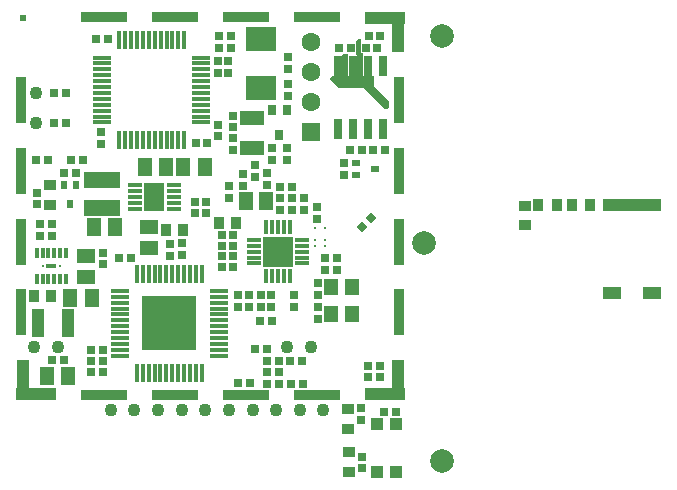
<source format=gts>
%FSLAX25Y25*%
%MOIN*%
G70*
G01*
G75*
G04 Layer_Color=8388736*
%ADD10C,0.00787*%
%ADD11C,0.00591*%
%ADD12C,0.02362*%
%ADD13C,0.01575*%
%ADD14C,0.01181*%
%ADD15C,0.01000*%
%ADD16C,0.00984*%
%ADD17C,0.01969*%
%ADD18C,0.02756*%
%ADD19R,0.02165X0.03347*%
%ADD20R,0.01969X0.01969*%
%ADD21R,0.14961X0.03150*%
%ADD22R,0.03150X0.14961*%
%ADD23R,0.02362X0.02362*%
%ADD24C,0.03937*%
%ADD25R,0.02559X0.02362*%
%ADD26R,0.02362X0.02559*%
%ADD27R,0.03937X0.03150*%
%ADD28R,0.01969X0.02598*%
%ADD29R,0.02598X0.01969*%
%ADD30R,0.01181X0.05709*%
%ADD31R,0.05709X0.01181*%
%ADD32R,0.17520X0.17520*%
%ADD33R,0.03150X0.03543*%
%ADD34R,0.02362X0.02362*%
%ADD35R,0.02756X0.02362*%
%ADD36R,0.04331X0.01142*%
%ADD37R,0.06221X0.09252*%
%ADD38R,0.09449X0.07480*%
%ADD39R,0.07480X0.04331*%
%ADD40R,0.03937X0.03543*%
%ADD41R,0.04528X0.05709*%
%ADD42R,0.05709X0.04528*%
%ADD43R,0.03740X0.09055*%
%ADD44R,0.11811X0.05118*%
%ADD45R,0.02362X0.06102*%
%ADD46R,0.01142X0.05906*%
%ADD47R,0.05906X0.01142*%
%ADD48R,0.04724X0.05709*%
%ADD49R,0.02362X0.02756*%
%ADD50R,0.01142X0.04528*%
%ADD51R,0.04528X0.01142*%
%ADD52R,0.09843X0.09843*%
%ADD53C,0.01260*%
%ADD54R,0.04134X0.05118*%
%ADD55P,0.03341X4X180.0*%
%ADD56R,0.03150X0.03937*%
%ADD57R,0.05512X0.03937*%
%ADD58R,0.18898X0.03937*%
%ADD59R,0.01102X0.03150*%
%ADD60R,0.03150X0.01102*%
%ADD61C,0.00500*%
%ADD62C,0.01142*%
%ADD63C,0.03937*%
%ADD64R,0.12992X0.03937*%
%ADD65R,0.03937X0.12992*%
%ADD66R,0.08000X0.06900*%
%ADD67R,0.05100X0.04800*%
%ADD68R,0.05300X0.03600*%
%ADD69R,0.01800X0.02100*%
%ADD70R,0.11800X0.04200*%
%ADD71R,0.02200X0.11317*%
%ADD72R,0.06600X0.08100*%
%ADD73R,0.01900X0.04300*%
%ADD74R,0.04600X0.05600*%
%ADD75R,0.08200X0.06284*%
%ADD76R,0.05900X0.05500*%
%ADD77R,0.04961X0.03937*%
%ADD78R,0.15272X0.03937*%
%ADD79R,0.03937X0.07874*%
%ADD80R,0.09803X0.03937*%
%ADD81C,0.05906*%
%ADD82R,0.05906X0.05906*%
%ADD83C,0.01575*%
%ADD84C,0.03150*%
%ADD85R,0.55906X1.57480*%
%ADD86C,0.03150*%
%ADD87C,0.15748*%
G04:AMPARAMS|DCode=88|XSize=55.433mil|YSize=55.433mil|CornerRadius=0mil|HoleSize=0mil|Usage=FLASHONLY|Rotation=0.000|XOffset=0mil|YOffset=0mil|HoleType=Round|Shape=Relief|Width=5mil|Gap=5mil|Entries=4|*
%AMTHD88*
7,0,0,0.05543,0.04543,0.00500,45*
%
%ADD88THD88*%
%ADD89C,0.04724*%
G04:AMPARAMS|DCode=90|XSize=39.685mil|YSize=39.685mil|CornerRadius=0mil|HoleSize=0mil|Usage=FLASHONLY|Rotation=0.000|XOffset=0mil|YOffset=0mil|HoleType=Round|Shape=Relief|Width=5mil|Gap=5mil|Entries=4|*
%AMTHD90*
7,0,0,0.03969,0.02969,0.00500,45*
%
%ADD90THD90*%
G04:AMPARAMS|DCode=91|XSize=27.874mil|YSize=27.874mil|CornerRadius=0mil|HoleSize=0mil|Usage=FLASHONLY|Rotation=0.000|XOffset=0mil|YOffset=0mil|HoleType=Round|Shape=Relief|Width=5mil|Gap=5mil|Entries=4|*
%AMTHD91*
7,0,0,0.02787,0.01787,0.00500,45*
%
%ADD91THD91*%
%ADD92C,0.01969*%
%ADD93C,0.03937*%
%ADD94C,0.00800*%
%ADD95R,0.02362X0.00787*%
%ADD96R,0.00787X0.02362*%
%ADD97R,0.03347X0.02165*%
%ADD98R,0.02362X0.03937*%
%ADD99R,0.03740X0.03937*%
%ADD100R,0.02500X0.08400*%
%ADD101R,0.03000X0.02500*%
%ADD102R,0.01800X0.07300*%
%ADD103R,0.02300X0.10700*%
%ADD104R,0.02400X0.01800*%
%ADD105C,0.02000*%
%ADD106C,0.02500*%
%ADD107C,0.00600*%
%ADD108R,0.02600X0.02500*%
%ADD109R,0.00866X0.00866*%
%ADD110R,0.06299X0.02756*%
%ADD111R,0.02362X0.00984*%
%ADD112C,0.00000*%
%ADD113R,0.02565X0.03747*%
%ADD114R,0.02369X0.02369*%
%ADD115R,0.15361X0.03550*%
%ADD116R,0.03550X0.15361*%
%ADD117R,0.02762X0.02762*%
%ADD118C,0.07874*%
%ADD119R,0.02959X0.02762*%
%ADD120R,0.02762X0.02959*%
%ADD121R,0.04337X0.03550*%
%ADD122R,0.02369X0.02998*%
%ADD123R,0.02998X0.02369*%
%ADD124R,0.01581X0.06109*%
%ADD125R,0.06109X0.01581*%
%ADD126R,0.17920X0.17920*%
%ADD127R,0.03550X0.03943*%
%ADD128R,0.02762X0.02762*%
%ADD129R,0.03156X0.02762*%
%ADD130R,0.04731X0.01542*%
%ADD131R,0.06621X0.09652*%
%ADD132R,0.09849X0.07880*%
%ADD133R,0.07880X0.04731*%
%ADD134R,0.04337X0.03943*%
%ADD135R,0.04928X0.06109*%
%ADD136R,0.06109X0.04928*%
%ADD137R,0.04140X0.09455*%
%ADD138R,0.12211X0.05518*%
%ADD139R,0.02762X0.06502*%
%ADD140R,0.01542X0.06306*%
%ADD141R,0.06306X0.01542*%
%ADD142R,0.05124X0.06109*%
%ADD143R,0.02762X0.03156*%
%ADD144R,0.01542X0.04928*%
%ADD145R,0.04928X0.01542*%
%ADD146R,0.10243X0.10243*%
%ADD147C,0.00866*%
%ADD148R,0.04534X0.05518*%
%ADD149P,0.03906X4X180.0*%
%ADD150R,0.03550X0.04337*%
%ADD151R,0.05912X0.04337*%
%ADD152R,0.19298X0.04337*%
%ADD153R,0.01502X0.03550*%
%ADD154R,0.03550X0.01502*%
%ADD155R,0.13392X0.04337*%
%ADD156R,0.04337X0.13392*%
%ADD157C,0.04337*%
%ADD158C,0.00400*%
%ADD159C,0.06306*%
%ADD160R,0.06306X0.06306*%
%ADD161C,0.01024*%
G36*
X7126Y69020D02*
X7164Y69008D01*
X7198Y68990D01*
X7229Y68965D01*
X7254Y68934D01*
X7272Y68900D01*
X7284Y68862D01*
X7288Y68823D01*
Y67911D01*
X7288Y67911D01*
Y64451D01*
X7815D01*
X7854Y64447D01*
X7892Y64435D01*
X7927Y64417D01*
X7957Y64392D01*
X7982Y64361D01*
X8001Y64327D01*
X8012Y64289D01*
X8016Y64250D01*
Y63813D01*
X8016Y63813D01*
Y56809D01*
X10589D01*
D01*
X10589D01*
X11280Y56809D01*
X11319Y56805D01*
X11356Y56793D01*
X11368Y56787D01*
X11391Y56775D01*
X11408Y56761D01*
X11422Y56750D01*
X11422Y56750D01*
X11567Y56605D01*
X11592Y56575D01*
X11610Y56540D01*
X11621Y56502D01*
X11625Y56463D01*
X11625Y56463D01*
Y53732D01*
X11679Y53461D01*
X11833Y53231D01*
X16666Y48397D01*
X16667Y48397D01*
X16680Y48381D01*
X16691Y48367D01*
X16710Y48332D01*
X16722Y48294D01*
X16725Y48255D01*
Y46394D01*
X16722Y46355D01*
X16710Y46317D01*
X16691Y46282D01*
X16667Y46252D01*
X16636Y46227D01*
X16065Y45845D01*
X16065Y45845D01*
X16046Y45835D01*
X16030Y45827D01*
X16030Y45827D01*
X15510Y45611D01*
X15472Y45600D01*
X15433Y45596D01*
X15394Y45600D01*
X15375Y45606D01*
X15356Y45611D01*
X15322Y45630D01*
X15291Y45655D01*
X8524Y52422D01*
X8131Y52684D01*
X7668Y52776D01*
X-147D01*
X-186Y52780D01*
X-224Y52792D01*
X-259Y52810D01*
X-289Y52835D01*
X-2880Y55426D01*
X-2905Y55456D01*
X-2923Y55491D01*
X-2933Y55522D01*
X-2935Y55529D01*
X-2939Y55568D01*
X-2935Y55607D01*
X-2923Y55645D01*
X-2471Y56736D01*
X-2453Y56771D01*
X-2442Y56784D01*
X-2428Y56801D01*
X-2397Y56826D01*
X-2363Y56845D01*
X-2334Y56853D01*
X-2325Y56856D01*
X-2286Y56860D01*
X-2134D01*
X-2134Y56860D01*
X-904D01*
Y60210D01*
X-900Y60250D01*
X-888Y60287D01*
X-870Y60322D01*
X-845Y60352D01*
X-814Y60377D01*
X-780Y60396D01*
X-742Y60407D01*
X-703Y60411D01*
X-654D01*
Y60460D01*
X-650Y60500D01*
X-638Y60537D01*
X-620Y60572D01*
X-595Y60602D01*
X-564Y60627D01*
X-530Y60646D01*
X-492Y60657D01*
X-453Y60661D01*
X1027D01*
Y63479D01*
X1027Y63479D01*
X1027Y63480D01*
X1029Y63497D01*
X1031Y63518D01*
X1031Y63519D01*
X1031Y63519D01*
X1037Y63537D01*
X1043Y63556D01*
X1043Y63556D01*
X1043Y63557D01*
X1052Y63574D01*
X1061Y63591D01*
X1061Y63591D01*
X1062Y63591D01*
X1287Y63925D01*
X1299Y63939D01*
X1311Y63955D01*
X1311Y63955D01*
X1312Y63955D01*
X1326Y63967D01*
X1342Y63980D01*
X1342Y63980D01*
X1342Y63980D01*
X1359Y63989D01*
X1376Y63998D01*
X1377Y63998D01*
X1377Y63999D01*
X1395Y64004D01*
X1414Y64010D01*
X1414Y64010D01*
X1415Y64010D01*
X1434Y64012D01*
X1453Y64014D01*
X1454D01*
D01*
D01*
X2768Y64013D01*
X2768Y64013D01*
X2769Y64013D01*
X2788Y64012D01*
X2807Y64010D01*
X2808Y64010D01*
X2808Y64009D01*
X2827Y64004D01*
X2845Y63998D01*
X2845Y63998D01*
X2846Y63998D01*
X2893Y63978D01*
X2911Y63968D01*
X2927Y63960D01*
X2927Y63960D01*
X2927Y63959D01*
X2942Y63947D01*
X2957Y63935D01*
X2957Y63935D01*
X2958Y63934D01*
X2970Y63919D01*
X2982Y63905D01*
X2982Y63904D01*
X2983Y63904D01*
X2992Y63885D01*
X3001Y63870D01*
X3001Y63869D01*
X3001Y63869D01*
X3007Y63850D01*
X3012Y63832D01*
X3012Y63832D01*
X3012Y63831D01*
X3014Y63813D01*
X3016Y63793D01*
Y56809D01*
X6079D01*
Y63612D01*
X5728D01*
X5689Y63616D01*
X5651Y63627D01*
X5617Y63645D01*
X5586Y63670D01*
X5561Y63701D01*
X5543Y63736D01*
X5531Y63773D01*
X5527Y63813D01*
Y64314D01*
X5527Y64314D01*
Y67976D01*
X5527Y67976D01*
Y67987D01*
X5531Y68027D01*
X5543Y68064D01*
X5561Y68099D01*
X5586Y68129D01*
X6421Y68965D01*
X6452Y68990D01*
X6487Y69008D01*
X6524Y69020D01*
X6564Y69024D01*
X7087D01*
X7126Y69020D01*
D02*
G37*
%LPC*%
G36*
X1027Y59759D02*
X-2D01*
Y56860D01*
X1027D01*
Y59759D01*
D02*
G37*
%LPD*%
D113*
X-17354Y45246D02*
D03*
X-22472D02*
D03*
X-19913Y36979D02*
D03*
D114*
X-105468Y-49169D02*
D03*
X19685Y-49213D02*
D03*
X19642Y75941D02*
D03*
X-105512Y75984D02*
D03*
D115*
X-78347Y-49606D02*
D03*
X-54724D02*
D03*
X-7480D02*
D03*
X-31102D02*
D03*
X-54724Y76378D02*
D03*
X-78347D02*
D03*
X-31102D02*
D03*
X-7480D02*
D03*
D116*
X-105905Y25197D02*
D03*
Y48819D02*
D03*
Y1575D02*
D03*
Y-22047D02*
D03*
X20079Y48819D02*
D03*
Y25197D02*
D03*
Y-22047D02*
D03*
Y1575D02*
D03*
D117*
X-77144Y69013D02*
D03*
X-81081D02*
D03*
X-69544Y-3787D02*
D03*
X-73481D02*
D03*
X-95781Y-37887D02*
D03*
X-91844D02*
D03*
X-47881Y34413D02*
D03*
X-43944D02*
D03*
X11319Y32013D02*
D03*
X15256D02*
D03*
X18898Y-55118D02*
D03*
X14961D02*
D03*
X-35244Y-6787D02*
D03*
X-39181D02*
D03*
X-35244Y213D02*
D03*
X-39181D02*
D03*
X-35244Y3628D02*
D03*
X-39181D02*
D03*
X-35230Y-3387D02*
D03*
X-39167D02*
D03*
X-19567Y19813D02*
D03*
X-15630D02*
D03*
X-19681Y16113D02*
D03*
X-15744D02*
D03*
D118*
X34252Y-71653D02*
D03*
Y70079D02*
D03*
X28346Y1181D02*
D03*
D119*
X-100813Y13944D02*
D03*
Y17881D02*
D03*
X1687Y23744D02*
D03*
Y27681D02*
D03*
X-33713Y-16319D02*
D03*
Y-20256D02*
D03*
X-29929Y-16319D02*
D03*
Y-20256D02*
D03*
X-22413Y32681D02*
D03*
Y28744D02*
D03*
X-17313Y32681D02*
D03*
Y28744D02*
D03*
X7687Y-70119D02*
D03*
Y-74056D02*
D03*
X-47928Y10944D02*
D03*
Y14881D02*
D03*
X-44315Y14898D02*
D03*
Y10961D02*
D03*
X-56313Y-3156D02*
D03*
Y781D02*
D03*
X-26213Y-16319D02*
D03*
Y-20256D02*
D03*
X-22613Y-16319D02*
D03*
Y-20256D02*
D03*
X-24213Y24481D02*
D03*
Y20544D02*
D03*
X-99613Y7381D02*
D03*
Y3444D02*
D03*
X-95813Y7381D02*
D03*
Y3444D02*
D03*
X-15013Y-16319D02*
D03*
Y-20256D02*
D03*
X-36813Y16144D02*
D03*
Y20081D02*
D03*
X-52472Y-2831D02*
D03*
Y1106D02*
D03*
X-78713Y-6056D02*
D03*
Y-2119D02*
D03*
D120*
X-85544Y28613D02*
D03*
X-89481D02*
D03*
X-101081D02*
D03*
X-97144D02*
D03*
X-91581Y24513D02*
D03*
X-87644D02*
D03*
X-78644Y-34687D02*
D03*
X-82581D02*
D03*
X-33618Y-45669D02*
D03*
X-29681D02*
D03*
X-20144Y-45887D02*
D03*
X-24081D02*
D03*
X-16081D02*
D03*
X-12144D02*
D03*
X9819Y70013D02*
D03*
X13756D02*
D03*
X9519Y-40087D02*
D03*
X13456D02*
D03*
X-94981Y41013D02*
D03*
X-91044D02*
D03*
X-94981Y51013D02*
D03*
X-91044D02*
D03*
X8819Y66080D02*
D03*
X12756D02*
D03*
X9519Y-43687D02*
D03*
X13456D02*
D03*
X59Y66145D02*
D03*
X3996D02*
D03*
X7556Y31913D02*
D03*
X3619D02*
D03*
X-22344Y-24787D02*
D03*
X-26281D02*
D03*
X-78644Y-41887D02*
D03*
X-82581D02*
D03*
Y-38287D02*
D03*
X-78644D02*
D03*
X-24081Y-41887D02*
D03*
X-20144D02*
D03*
X-24081Y-38287D02*
D03*
X-20144D02*
D03*
X-16281Y-38387D02*
D03*
X-12344D02*
D03*
X-24144Y-34287D02*
D03*
X-28081D02*
D03*
D121*
X-96413Y20459D02*
D03*
Y13766D02*
D03*
X2916Y-61074D02*
D03*
Y-54381D02*
D03*
X3150Y-75394D02*
D03*
Y-68701D02*
D03*
X61811Y7087D02*
D03*
Y13386D02*
D03*
D122*
X-89813Y13963D02*
D03*
X-91781Y20262D02*
D03*
X-87844D02*
D03*
D123*
X5638Y27681D02*
D03*
Y23744D02*
D03*
X11937Y25713D02*
D03*
D124*
X-67439Y-42223D02*
D03*
X-65471D02*
D03*
X-63502D02*
D03*
X-61534D02*
D03*
X-59565D02*
D03*
X-57597D02*
D03*
X-55628D02*
D03*
X-53660D02*
D03*
X-51691D02*
D03*
X-49723D02*
D03*
X-47754D02*
D03*
X-45786D02*
D03*
Y-9152D02*
D03*
X-47754D02*
D03*
X-49723D02*
D03*
X-51691D02*
D03*
X-53660D02*
D03*
X-55628D02*
D03*
X-57597D02*
D03*
X-59565D02*
D03*
X-61534D02*
D03*
X-63502D02*
D03*
X-65471D02*
D03*
X-67439D02*
D03*
D125*
X-40077Y-36514D02*
D03*
Y-34546D02*
D03*
Y-32577D02*
D03*
Y-30609D02*
D03*
Y-28640D02*
D03*
Y-26672D02*
D03*
Y-24703D02*
D03*
Y-22735D02*
D03*
Y-20766D02*
D03*
Y-18798D02*
D03*
Y-16829D02*
D03*
Y-14861D02*
D03*
X-73148D02*
D03*
Y-16829D02*
D03*
Y-18798D02*
D03*
Y-20766D02*
D03*
Y-22735D02*
D03*
Y-24703D02*
D03*
Y-26672D02*
D03*
Y-28640D02*
D03*
Y-30609D02*
D03*
Y-32577D02*
D03*
Y-34546D02*
D03*
Y-36514D02*
D03*
D126*
X-56613Y-25687D02*
D03*
D127*
X-34457Y7713D02*
D03*
X-39968D02*
D03*
X-96157Y-16487D02*
D03*
X-101669D02*
D03*
X-52122Y5476D02*
D03*
X-57634D02*
D03*
D128*
X-40013Y70181D02*
D03*
Y66244D02*
D03*
X-7213Y-12209D02*
D03*
Y-16146D02*
D03*
X-17213Y62971D02*
D03*
Y59034D02*
D03*
Y50244D02*
D03*
Y54181D02*
D03*
X-35513Y43550D02*
D03*
Y39613D02*
D03*
Y32044D02*
D03*
Y35981D02*
D03*
X-40490Y57722D02*
D03*
Y61659D02*
D03*
X-37090Y57722D02*
D03*
Y61659D02*
D03*
X-79354Y37918D02*
D03*
Y33981D02*
D03*
X-40465Y40543D02*
D03*
Y36606D02*
D03*
X7421Y-57898D02*
D03*
Y-53961D02*
D03*
X-586Y-4019D02*
D03*
Y-7956D02*
D03*
X-4686Y-4019D02*
D03*
Y-7956D02*
D03*
X-28220Y23144D02*
D03*
Y27081D02*
D03*
X-7313Y13081D02*
D03*
Y9144D02*
D03*
X-7213Y-24156D02*
D03*
Y-20219D02*
D03*
D129*
X-35913Y66244D02*
D03*
Y70181D02*
D03*
X-32113Y20244D02*
D03*
Y24181D02*
D03*
X-11627Y12168D02*
D03*
Y16105D02*
D03*
D130*
X-68207Y20450D02*
D03*
Y18481D02*
D03*
Y16513D02*
D03*
Y14544D02*
D03*
Y12576D02*
D03*
X-55018D02*
D03*
Y14544D02*
D03*
Y16513D02*
D03*
Y18481D02*
D03*
Y20450D02*
D03*
D131*
X-61613Y16513D02*
D03*
D132*
X-25913Y52831D02*
D03*
Y68973D02*
D03*
D133*
X-29213Y32760D02*
D03*
Y42602D02*
D03*
D134*
X12598Y-59252D02*
D03*
Y-75394D02*
D03*
X18898D02*
D03*
Y-59252D02*
D03*
D135*
X-57713Y26497D02*
D03*
X-64799D02*
D03*
X-51899Y26397D02*
D03*
X-44813D02*
D03*
X-74669Y6313D02*
D03*
X-81756D02*
D03*
X-82497Y-17216D02*
D03*
X-89583D02*
D03*
X-97356Y-43287D02*
D03*
X-90269D02*
D03*
D136*
X-84404Y-10179D02*
D03*
Y-3092D02*
D03*
X-63413Y-531D02*
D03*
Y6556D02*
D03*
D137*
X-90391Y-25687D02*
D03*
X-100234D02*
D03*
D138*
X-78913Y22237D02*
D03*
Y12788D02*
D03*
D139*
X14547Y60210D02*
D03*
X9547D02*
D03*
X4547D02*
D03*
X-453D02*
D03*
Y38950D02*
D03*
X4547D02*
D03*
X9547D02*
D03*
X14547D02*
D03*
D140*
X-51639Y35539D02*
D03*
X-53607D02*
D03*
X-55576D02*
D03*
X-57544D02*
D03*
X-59513D02*
D03*
X-61481D02*
D03*
X-63450D02*
D03*
X-65418D02*
D03*
X-67387D02*
D03*
X-69355D02*
D03*
X-71324D02*
D03*
X-73292D02*
D03*
Y68610D02*
D03*
X-71324D02*
D03*
X-69355D02*
D03*
X-67387D02*
D03*
X-65418D02*
D03*
X-63450D02*
D03*
X-61481D02*
D03*
X-59513D02*
D03*
X-57544D02*
D03*
X-55576D02*
D03*
X-53607D02*
D03*
X-51639D02*
D03*
D141*
X-79001Y41248D02*
D03*
Y43217D02*
D03*
Y45185D02*
D03*
Y47154D02*
D03*
Y49122D02*
D03*
Y51091D02*
D03*
Y53059D02*
D03*
Y55028D02*
D03*
Y56996D02*
D03*
Y58965D02*
D03*
Y60933D02*
D03*
Y62902D02*
D03*
X-45930D02*
D03*
Y60933D02*
D03*
Y58965D02*
D03*
Y56996D02*
D03*
Y55028D02*
D03*
Y53059D02*
D03*
Y51091D02*
D03*
Y49122D02*
D03*
Y47154D02*
D03*
Y45185D02*
D03*
Y43217D02*
D03*
Y41248D02*
D03*
D142*
X-24366Y14913D02*
D03*
X-31059D02*
D03*
D143*
X-15744Y12213D02*
D03*
X-19681D02*
D03*
D144*
X-24364Y-9874D02*
D03*
X-22395D02*
D03*
X-20427D02*
D03*
X-18458D02*
D03*
X-16490D02*
D03*
Y6268D02*
D03*
X-18458D02*
D03*
X-20427D02*
D03*
X-22395D02*
D03*
X-24364D02*
D03*
D145*
X-12356Y-5740D02*
D03*
Y-3772D02*
D03*
Y-1803D02*
D03*
Y165D02*
D03*
Y2134D02*
D03*
X-28498D02*
D03*
Y165D02*
D03*
Y-1803D02*
D03*
Y-3772D02*
D03*
Y-5740D02*
D03*
D146*
X-20427Y-1803D02*
D03*
D147*
X-7941Y6050D02*
D03*
X-4713D02*
D03*
X-7941Y2113D02*
D03*
X-4713D02*
D03*
X-7941Y144D02*
D03*
X-4713D02*
D03*
D148*
X4419Y-13560D02*
D03*
Y-22615D02*
D03*
X-2865Y-13560D02*
D03*
Y-22615D02*
D03*
D149*
X7750Y6550D02*
D03*
X10534Y9334D02*
D03*
D150*
X72736Y13780D02*
D03*
X66437D02*
D03*
X83760D02*
D03*
X77461D02*
D03*
D151*
X104331Y-15748D02*
D03*
X90945D02*
D03*
D152*
X97638Y13780D02*
D03*
D153*
X-100840Y-10877D02*
D03*
X-98872D02*
D03*
X-96903D02*
D03*
X-94935D02*
D03*
X-92966D02*
D03*
X-90998D02*
D03*
Y-2216D02*
D03*
X-92966D02*
D03*
X-94935D02*
D03*
X-96903D02*
D03*
X-98872D02*
D03*
X-100840D02*
D03*
D154*
X-95919Y-6547D02*
D03*
D155*
X-100984Y-49213D02*
D03*
X15157D02*
D03*
X15157Y75984D02*
D03*
D156*
X-105512Y-44685D02*
D03*
X19685Y71457D02*
D03*
Y-44685D02*
D03*
D157*
X-101113Y50913D02*
D03*
Y40913D02*
D03*
X-36743Y-54428D02*
D03*
X-44617D02*
D03*
X-52554Y-54491D02*
D03*
X-60365Y-54428D02*
D03*
X-76154Y-54469D02*
D03*
X-68280Y-54465D02*
D03*
X-5247Y-54428D02*
D03*
X-13121D02*
D03*
X-20995D02*
D03*
X-28869D02*
D03*
X-93701Y-33465D02*
D03*
X-101575D02*
D03*
X-17323D02*
D03*
X-9449D02*
D03*
D158*
X-96457Y66929D02*
D03*
Y-66929D02*
D03*
D159*
X-9413Y67913D02*
D03*
Y57913D02*
D03*
Y47913D02*
D03*
D160*
Y37913D02*
D03*
D161*
X-63613Y13013D02*
D03*
X-59513Y20013D02*
D03*
X-59613Y13013D02*
D03*
X-63613Y20013D02*
D03*
X-95919Y-6547D02*
D03*
X-93163D02*
D03*
X-98675D02*
D03*
M02*

</source>
